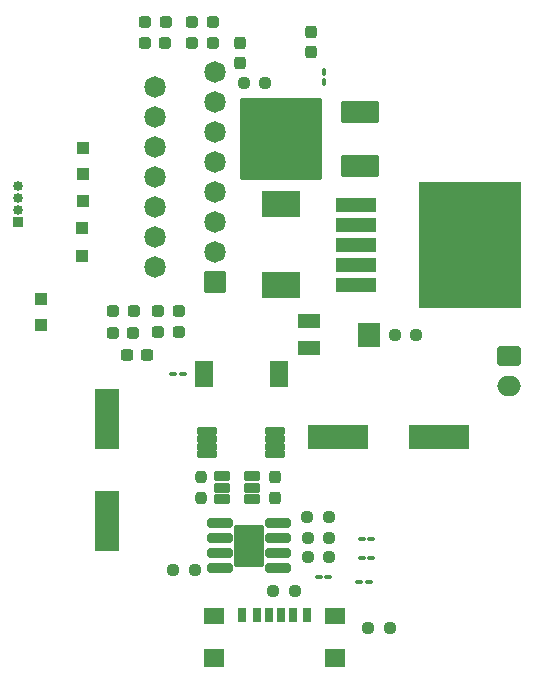
<source format=gts>
%TF.GenerationSoftware,KiCad,Pcbnew,7.0.5-0*%
%TF.CreationDate,2024-11-16T18:44:09-05:00*%
%TF.ProjectId,PCB_design,5043425f-6465-4736-9967-6e2e6b696361,rev?*%
%TF.SameCoordinates,Original*%
%TF.FileFunction,Soldermask,Top*%
%TF.FilePolarity,Negative*%
%FSLAX46Y46*%
G04 Gerber Fmt 4.6, Leading zero omitted, Abs format (unit mm)*
G04 Created by KiCad (PCBNEW 7.0.5-0) date 2024-11-16 18:44:09*
%MOMM*%
%LPD*%
G01*
G04 APERTURE LIST*
G04 Aperture macros list*
%AMRoundRect*
0 Rectangle with rounded corners*
0 $1 Rounding radius*
0 $2 $3 $4 $5 $6 $7 $8 $9 X,Y pos of 4 corners*
0 Add a 4 corners polygon primitive as box body*
4,1,4,$2,$3,$4,$5,$6,$7,$8,$9,$2,$3,0*
0 Add four circle primitives for the rounded corners*
1,1,$1+$1,$2,$3*
1,1,$1+$1,$4,$5*
1,1,$1+$1,$6,$7*
1,1,$1+$1,$8,$9*
0 Add four rect primitives between the rounded corners*
20,1,$1+$1,$2,$3,$4,$5,0*
20,1,$1+$1,$4,$5,$6,$7,0*
20,1,$1+$1,$6,$7,$8,$9,0*
20,1,$1+$1,$8,$9,$2,$3,0*%
G04 Aperture macros list end*
%ADD10RoundRect,0.102000X-0.605000X-0.295000X0.605000X-0.295000X0.605000X0.295000X-0.605000X0.295000X0*%
%ADD11RoundRect,0.237500X-0.250000X-0.237500X0.250000X-0.237500X0.250000X0.237500X-0.250000X0.237500X0*%
%ADD12R,0.700000X1.200000*%
%ADD13R,0.760000X1.200000*%
%ADD14R,0.800000X1.200000*%
%ADD15R,1.800000X1.350000*%
%ADD16R,1.800000X1.500000*%
%ADD17RoundRect,0.102000X-1.605000X-0.525000X1.605000X-0.525000X1.605000X0.525000X-1.605000X0.525000X0*%
%ADD18RoundRect,0.102000X-4.230000X-5.265000X4.230000X-5.265000X4.230000X5.265000X-4.230000X5.265000X0*%
%ADD19C,1.824000*%
%ADD20RoundRect,0.102000X0.810000X0.810000X-0.810000X0.810000X-0.810000X-0.810000X0.810000X-0.810000X0*%
%ADD21R,1.000000X1.000000*%
%ADD22O,0.850000X0.850000*%
%ADD23R,0.850000X0.850000*%
%ADD24O,2.000000X1.700000*%
%ADD25RoundRect,0.250000X-0.750000X0.600000X-0.750000X-0.600000X0.750000X-0.600000X0.750000X0.600000X0*%
%ADD26RoundRect,0.100000X0.217500X0.100000X-0.217500X0.100000X-0.217500X-0.100000X0.217500X-0.100000X0*%
%ADD27RoundRect,0.102000X1.500000X0.800000X-1.500000X0.800000X-1.500000X-0.800000X1.500000X-0.800000X0*%
%ADD28RoundRect,0.102000X3.350000X3.350000X-3.350000X3.350000X-3.350000X-3.350000X3.350000X-3.350000X0*%
%ADD29RoundRect,0.237500X0.287500X0.237500X-0.287500X0.237500X-0.287500X-0.237500X0.287500X-0.237500X0*%
%ADD30RoundRect,0.100000X-0.217500X-0.100000X0.217500X-0.100000X0.217500X0.100000X-0.217500X0.100000X0*%
%ADD31RoundRect,0.237500X-0.287500X-0.237500X0.287500X-0.237500X0.287500X0.237500X-0.287500X0.237500X0*%
%ADD32RoundRect,0.237500X0.250000X0.237500X-0.250000X0.237500X-0.250000X-0.237500X0.250000X-0.237500X0*%
%ADD33R,5.100000X2.150000*%
%ADD34RoundRect,0.237500X0.300000X0.237500X-0.300000X0.237500X-0.300000X-0.237500X0.300000X-0.237500X0*%
%ADD35R,3.200000X2.250000*%
%ADD36RoundRect,0.152000X-0.730000X-0.150000X0.730000X-0.150000X0.730000X0.150000X-0.730000X0.150000X0*%
%ADD37R,2.150000X5.100000*%
%ADD38R,1.500000X2.200000*%
%ADD39RoundRect,0.102000X-1.206500X-1.651000X1.206500X-1.651000X1.206500X1.651000X-1.206500X1.651000X0*%
%ADD40RoundRect,0.177000X-0.910000X-0.225000X0.910000X-0.225000X0.910000X0.225000X-0.910000X0.225000X0*%
%ADD41R,1.900000X1.300000*%
%ADD42R,1.900000X2.000000*%
%ADD43RoundRect,0.237500X-0.237500X0.250000X-0.237500X-0.250000X0.237500X-0.250000X0.237500X0.250000X0*%
%ADD44RoundRect,0.100000X-0.100000X0.217500X-0.100000X-0.217500X0.100000X-0.217500X0.100000X0.217500X0*%
%ADD45RoundRect,0.237500X0.237500X-0.300000X0.237500X0.300000X-0.237500X0.300000X-0.237500X-0.300000X0*%
G04 APERTURE END LIST*
D10*
%TO.C,U4*%
X56685000Y-68620000D03*
X56685000Y-69570000D03*
X56685000Y-70520000D03*
X59195000Y-70520000D03*
X59195000Y-69570000D03*
X59195000Y-68620000D03*
%TD*%
D11*
%TO.C,R2*%
X69017500Y-81440000D03*
X70842500Y-81440000D03*
%TD*%
%TO.C,R1*%
X62812500Y-78360000D03*
X60987500Y-78360000D03*
%TD*%
D12*
%TO.C,J9*%
X60615000Y-80355000D03*
D13*
X62635000Y-80355000D03*
D14*
X63865000Y-80355000D03*
D12*
X61615000Y-80355000D03*
D13*
X59595000Y-80355000D03*
D14*
X58365000Y-80355000D03*
D15*
X55990000Y-80410000D03*
D16*
X66240000Y-83990000D03*
X55990000Y-83990000D03*
D15*
X66240000Y-80410000D03*
%TD*%
D17*
%TO.C,VR1*%
X67980000Y-45640000D03*
X67980000Y-47340000D03*
X67980000Y-49040000D03*
X67980000Y-50740000D03*
X67980000Y-52440000D03*
D18*
X77610000Y-49040000D03*
%TD*%
D19*
%TO.C,U1*%
X56040000Y-34350000D03*
X50960000Y-35620000D03*
X56040000Y-36890000D03*
X50960000Y-38160000D03*
X56040000Y-39430000D03*
X50960000Y-40700000D03*
X56040000Y-41970000D03*
X50960000Y-43240000D03*
X56040000Y-44510000D03*
X50960000Y-45780000D03*
X56040000Y-47050000D03*
X50960000Y-48320000D03*
X56040000Y-49590000D03*
X50960000Y-50860000D03*
D20*
X56040000Y-52130000D03*
%TD*%
D21*
%TO.C,J11*%
X41310000Y-55780000D03*
%TD*%
%TO.C,J10*%
X41320000Y-53590000D03*
%TD*%
%TO.C,J8*%
X44850000Y-40830000D03*
%TD*%
%TO.C,J7*%
X44850000Y-43020000D03*
%TD*%
%TO.C,J6*%
X44850000Y-45270000D03*
%TD*%
%TO.C,J5*%
X44790000Y-49950000D03*
%TD*%
%TO.C,J3*%
X44820000Y-47570000D03*
%TD*%
D22*
%TO.C,J2*%
X39350000Y-44080000D03*
X39350000Y-45080000D03*
X39350000Y-46080000D03*
D23*
X39350000Y-47080000D03*
%TD*%
D24*
%TO.C,J4*%
X80907500Y-60970000D03*
D25*
X80907500Y-58470000D03*
%TD*%
D26*
%TO.C,C5*%
X53347500Y-59990000D03*
X52532500Y-59990000D03*
%TD*%
D27*
%TO.C,U2*%
X68290000Y-42370000D03*
D28*
X61640000Y-40070000D03*
D27*
X68290000Y-37770000D03*
%TD*%
D29*
%TO.C,D3*%
X54097500Y-30123750D03*
X55847500Y-30123750D03*
%TD*%
D30*
%TO.C,C9*%
X64832500Y-77160000D03*
X65647500Y-77160000D03*
%TD*%
D31*
%TO.C,D4*%
X54100000Y-31893750D03*
X55850000Y-31893750D03*
%TD*%
D32*
%TO.C,R6*%
X63897500Y-73870000D03*
X65722500Y-73870000D03*
%TD*%
D11*
%TO.C,R3*%
X71267500Y-56620000D03*
X73092500Y-56620000D03*
%TD*%
D31*
%TO.C,D1*%
X51877500Y-30190000D03*
X50127500Y-30190000D03*
%TD*%
D33*
%TO.C,C4*%
X66440000Y-65300000D03*
X75040000Y-65300000D03*
%TD*%
D34*
%TO.C,C2*%
X50320000Y-58320000D03*
X48595000Y-58320000D03*
%TD*%
D31*
%TO.C,D8*%
X47400000Y-56460000D03*
X49150000Y-56460000D03*
%TD*%
D30*
%TO.C,D10*%
X69297500Y-75500000D03*
X68482500Y-75500000D03*
%TD*%
D35*
%TO.C,D9*%
X61650000Y-52450000D03*
X61650000Y-45550000D03*
%TD*%
D11*
%TO.C,R8*%
X63860000Y-72070000D03*
X65685000Y-72070000D03*
%TD*%
D29*
%TO.C,D2*%
X50100000Y-31940000D03*
X51850000Y-31940000D03*
%TD*%
D36*
%TO.C,Q1*%
X55370000Y-64815000D03*
X55370000Y-65465000D03*
X55370000Y-66115000D03*
X55370000Y-66765000D03*
X61130000Y-66765000D03*
X61130000Y-66115000D03*
X61130000Y-65465000D03*
X61130000Y-64815000D03*
%TD*%
D29*
%TO.C,D6*%
X51215000Y-56390000D03*
X52965000Y-56390000D03*
%TD*%
D37*
%TO.C,C7*%
X46930000Y-63790000D03*
X46930000Y-72390000D03*
%TD*%
D11*
%TO.C,R9*%
X58485000Y-35360000D03*
X60310000Y-35360000D03*
%TD*%
D38*
%TO.C,L1*%
X61490000Y-59920000D03*
X55090000Y-59920000D03*
%TD*%
D39*
%TO.C,U3*%
X58920000Y-74495000D03*
D40*
X61395000Y-72590000D03*
X61395000Y-73860000D03*
X61395000Y-75130000D03*
X61395000Y-76400000D03*
X56445000Y-76400000D03*
X56445000Y-75130000D03*
X56445000Y-73860000D03*
X56445000Y-72590000D03*
%TD*%
D32*
%TO.C,R_PROG1*%
X52510000Y-76540000D03*
X54335000Y-76540000D03*
%TD*%
D41*
%TO.C,R4*%
X63990000Y-57770000D03*
D42*
X69090000Y-56620000D03*
D41*
X63990000Y-55470000D03*
%TD*%
D30*
%TO.C,D11*%
X69300000Y-73900000D03*
X68485000Y-73900000D03*
%TD*%
D43*
%TO.C,R7*%
X54860000Y-70472500D03*
X54860000Y-68647500D03*
%TD*%
D29*
%TO.C,D7*%
X47402500Y-54660000D03*
X49152500Y-54660000D03*
%TD*%
D44*
%TO.C,D17*%
X65250000Y-34387500D03*
X65250000Y-35202500D03*
%TD*%
D31*
%TO.C,D5*%
X52962500Y-54650000D03*
X51212500Y-54650000D03*
%TD*%
D45*
%TO.C,C10*%
X61140000Y-68717500D03*
X61140000Y-70442500D03*
%TD*%
D32*
%TO.C,R5*%
X63897500Y-75480000D03*
X65722500Y-75480000D03*
%TD*%
D26*
%TO.C,C8*%
X69087500Y-77580000D03*
X68272500Y-77580000D03*
%TD*%
D45*
%TO.C,C1*%
X58170000Y-31937500D03*
X58170000Y-33662500D03*
%TD*%
%TO.C,C6*%
X64210000Y-32702500D03*
X64210000Y-30977500D03*
%TD*%
M02*

</source>
